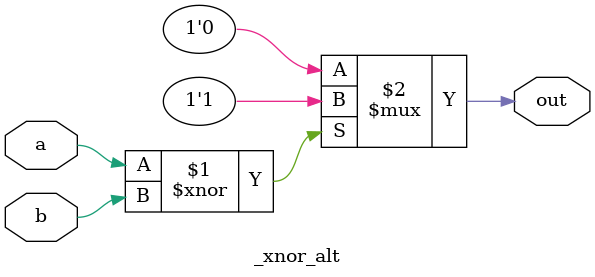
<source format=sv>
/*
Notes from lesson memorize the Xnor and nor table Dweeb 
xnor                        Nor                         Xor
in1     in2     out         in1     in2     out         in1     in2     out
0       0       1           0       0       1           0       0       0
0       1       0           0       1       0           0       1       1
1       0       0           1       0       0           1       0       1
1       1       1           1       1       0           1       1       0


Memorize the operators
https://class.ece.uw.edu/cadta/verilog/operators.html
*/

//Wire: Create a module that behaves like a wire
module _wire( 
            input wire _in,
            output wire _out
            );

        assign _out = _in;
endmodule

//Wire4: create a module with 3 inputs and 4 outputs that behaves like wire and makes the following connections
// a->w     b->x    b->y    c->z
module _wire4( input wire a, b, c, output wire w, x, y, z );
        assign w = a;
        assign x = b;
        assign y = b;
        assign z = c;
endmodule

/*  NotGate: cerate a module that implements a not gate
*/
module _not ( input wire _in, output wire _out );
    assign _out = ~_in;
endmodule
//alt
module _not_alt ( inout wire x );
    assign x = ~x;
endmodule

//And Gate implement an and gate
module _wrong_and ( input wire a, b, output wire out);
    if ( a & b ) begin
        assign out = 1'b1;
    end
    else begin
        assign out = 1'b0;
    end
endmodule
//Using The coditional Operator
module _and ( input wire a, b, output wire out );
    assign out = ( a & b ) ? 1'b1 : 1'b0;
endmodule

//Norgate
// Utilize ~ and or to do the easy work instead of a case switch or multiple ifs 
module _nor ( input wire a, b, output wire out );
    assign out = ~( a | b ) ? 1'b1 : 1'b0;
endmodule


/*  Add to Problem List    */
//XNorGate: Implement an XNor, implement as a not xor gate
module _xnor ( input wire a, b, output wire out);
    //Implemented via an ~ xor gate
    assign out = ~( a ^ b) ? 1'b1 : 1'b0;
endmodule
//alt
module _xnor_alt ( input wire a, b, output wire out );
    assign out = ( a ~^ b ) ? 1'b1 : 1'b0;
endmodule
//Both succeed

</source>
